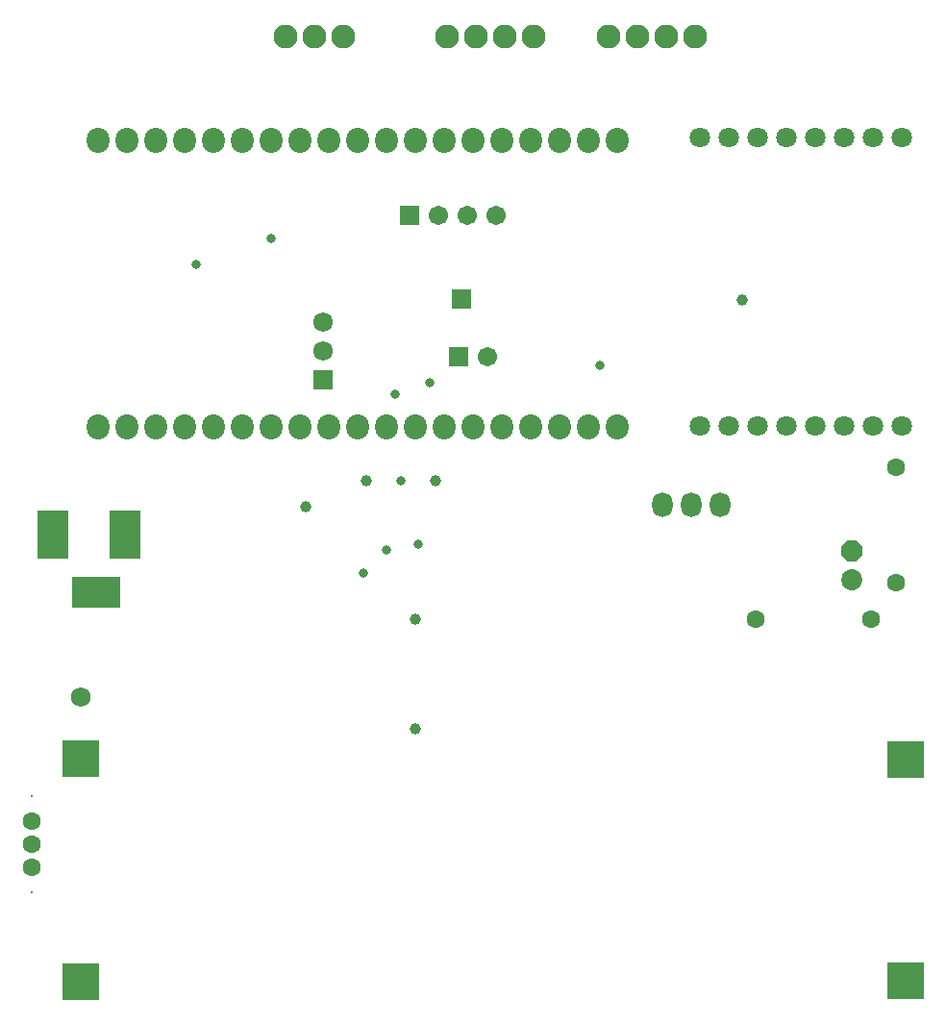
<source format=gbs>
G04*
G04 #@! TF.GenerationSoftware,Altium Limited,Altium Designer,21.9.2 (33)*
G04*
G04 Layer_Color=16711935*
%FSTAX24Y24*%
%MOIN*%
G70*
G04*
G04 #@! TF.SameCoordinates,6E6F4FCF-DDBA-4186-BE1C-5EC4A7FB59E6*
G04*
G04*
G04 #@! TF.FilePolarity,Negative*
G04*
G01*
G75*
%ADD43C,0.0631*%
%ADD44C,0.0710*%
%ADD45C,0.0680*%
%ADD46R,0.1261X0.1261*%
%ADD47C,0.0828*%
%ADD48O,0.0789X0.0867*%
%ADD49C,0.0080*%
%ADD50O,0.0710X0.0867*%
%ADD51C,0.0671*%
%ADD52R,0.0671X0.0671*%
%ADD53R,0.0710X0.0710*%
%ADD54C,0.0678*%
%ADD55R,0.0678X0.0678*%
%ADD56P,0.0790X8X292.5*%
%ADD57C,0.0730*%
%ADD58R,0.1680X0.1080*%
%ADD59R,0.1080X0.1680*%
%ADD60C,0.0395*%
%ADD61C,0.0316*%
D43*
X042537Y049924D02*
D03*
Y045908D02*
D03*
X041671Y044648D02*
D03*
X037655D02*
D03*
X012563Y036048D02*
D03*
Y036842D02*
D03*
Y037635D02*
D03*
D44*
X042717Y051362D02*
D03*
X041717D02*
D03*
X040717D02*
D03*
X039717D02*
D03*
X038717D02*
D03*
X037717D02*
D03*
X036717D02*
D03*
X035717D02*
D03*
Y061362D02*
D03*
X036717D02*
D03*
X037717D02*
D03*
X038717D02*
D03*
X039717D02*
D03*
X040717D02*
D03*
X041717D02*
D03*
X042717D02*
D03*
D45*
X014263Y041948D02*
D03*
D46*
X014272Y03209D02*
D03*
X042854Y03213D02*
D03*
X014272Y039807D02*
D03*
X042854Y039767D02*
D03*
D47*
X032563Y064848D02*
D03*
X033563D02*
D03*
X034563D02*
D03*
X035563D02*
D03*
D03*
X026963D02*
D03*
X027963D02*
D03*
X028963D02*
D03*
X029963D02*
D03*
D03*
X023363D02*
D03*
X022363D02*
D03*
X021363D02*
D03*
D48*
X032855Y061243D02*
D03*
X031855D02*
D03*
X030855D02*
D03*
X029855D02*
D03*
X028855D02*
D03*
X027855D02*
D03*
X026855D02*
D03*
X025855D02*
D03*
X024855D02*
D03*
X023855D02*
D03*
X022855D02*
D03*
X021855D02*
D03*
X020855D02*
D03*
X019855D02*
D03*
X018855D02*
D03*
X017855D02*
D03*
X016855D02*
D03*
X015855D02*
D03*
X014862D02*
D03*
Y051298D02*
D03*
X015862D02*
D03*
X016862D02*
D03*
X017862D02*
D03*
X018862D02*
D03*
X019862D02*
D03*
X020862D02*
D03*
X021862D02*
D03*
X022862D02*
D03*
X023862D02*
D03*
X024862D02*
D03*
X025862D02*
D03*
X026862D02*
D03*
X027862D02*
D03*
X028862D02*
D03*
X029862D02*
D03*
X030862D02*
D03*
X031862D02*
D03*
X032862D02*
D03*
D49*
X012555Y03519D02*
D03*
Y038525D02*
D03*
D50*
X034445Y048602D02*
D03*
X035445D02*
D03*
X036445D02*
D03*
D51*
X028663Y058648D02*
D03*
X027663D02*
D03*
X026663D02*
D03*
X028363Y053748D02*
D03*
D52*
X025663Y058648D02*
D03*
X027363Y053748D02*
D03*
D53*
X027463Y055748D02*
D03*
D54*
X022663Y054948D02*
D03*
Y053948D02*
D03*
D55*
Y052948D02*
D03*
D56*
X040989Y047016D02*
D03*
D57*
Y046016D02*
D03*
D58*
X014791Y045576D02*
D03*
D59*
X013291Y047576D02*
D03*
X015791D02*
D03*
D60*
X025863Y040848D02*
D03*
X037209Y055703D02*
D03*
X025863Y044648D02*
D03*
X02658Y049451D02*
D03*
X022063Y048548D02*
D03*
X024163Y049448D02*
D03*
D61*
X020863Y057848D02*
D03*
X032263Y053448D02*
D03*
X025163Y052448D02*
D03*
X026363Y052848D02*
D03*
X018263Y056948D02*
D03*
X024063Y046248D02*
D03*
X025963Y047248D02*
D03*
X024863Y047048D02*
D03*
X025363Y049448D02*
D03*
M02*

</source>
